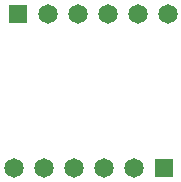
<source format=gbr>
G04*
G04 #@! TF.GenerationSoftware,Altium Limited,Altium Designer,25.8.1 (18)*
G04*
G04 Layer_Color=255*
%FSLAX25Y25*%
%MOIN*%
G70*
G04*
G04 #@! TF.SameCoordinates,25F45E09-9C10-4E27-91D0-FF4D7BA81395*
G04*
G04*
G04 #@! TF.FilePolarity,Positive*
G04*
G01*
G75*
%ADD23R,0.06496X0.06496*%
%ADD24C,0.06496*%
D23*
X107673Y157386D02*
D03*
X156500Y106000D02*
D03*
D24*
X117673Y157386D02*
D03*
X127673D02*
D03*
X137673D02*
D03*
X147673D02*
D03*
X157673D02*
D03*
X106500Y106000D02*
D03*
X116500D02*
D03*
X126500D02*
D03*
X136500D02*
D03*
X146500D02*
D03*
M02*

</source>
